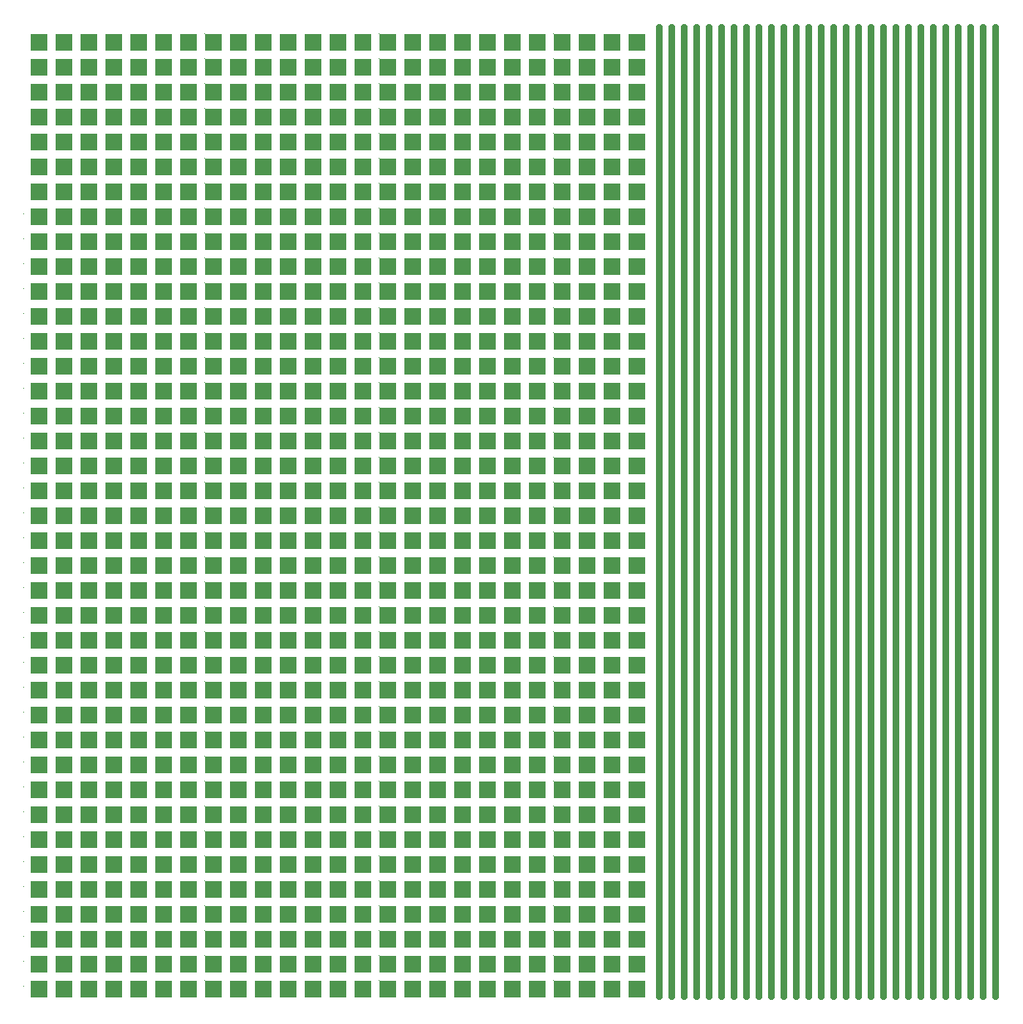
<source format=gts>
G75*
%MOIN*%
%OFA0B0*%
%FSLAX24Y24*%
%IPPOS*%
%LPD*%
%AMOC8*
5,1,8,0,0,1.08239X$1,22.5*
%
%ADD10R,0.0000X0.0000*%
%ADD11R,0.0681X0.0681*%
%ADD12C,0.0256*%
D10*
X000150Y000881D03*
X000150Y001881D03*
X000150Y002881D03*
X000150Y003881D03*
X000150Y004881D03*
X000150Y005881D03*
X000150Y006881D03*
X000150Y007881D03*
X000150Y008881D03*
X000150Y009881D03*
X000150Y010881D03*
X000150Y011881D03*
X000150Y012881D03*
X000150Y013881D03*
X000150Y014881D03*
X000150Y015881D03*
X000150Y016881D03*
X000150Y017881D03*
X000150Y018881D03*
X000150Y019881D03*
X000150Y020881D03*
X000150Y021881D03*
X000150Y022881D03*
X000150Y023881D03*
X000150Y024881D03*
X000150Y025881D03*
X000150Y026881D03*
X000150Y027881D03*
X000150Y028881D03*
X000150Y029881D03*
X000150Y030881D03*
X000150Y031881D03*
X007400Y032131D03*
X007400Y031131D03*
X007400Y030131D03*
X007400Y029131D03*
X007400Y028131D03*
X007400Y027131D03*
X007400Y026131D03*
X007400Y025131D03*
X007400Y024131D03*
X007400Y023131D03*
X007400Y022131D03*
X007400Y021131D03*
X007400Y020131D03*
X007400Y019131D03*
X007400Y018131D03*
X007400Y017131D03*
X007400Y016131D03*
X007400Y015131D03*
X007400Y014131D03*
X007400Y013131D03*
X007400Y012131D03*
X007400Y011131D03*
X007400Y010131D03*
X007400Y009131D03*
X007400Y008131D03*
X007400Y007131D03*
X007400Y006131D03*
X007400Y005131D03*
X007400Y004131D03*
X007400Y003131D03*
X007400Y002131D03*
X007400Y001131D03*
X014400Y001131D03*
X014400Y002131D03*
X014400Y003131D03*
X014400Y004131D03*
X014400Y005131D03*
X014400Y006131D03*
X014400Y007131D03*
X014400Y008131D03*
X014400Y009131D03*
X014400Y010131D03*
X014400Y011131D03*
X014400Y012131D03*
X014400Y013131D03*
X014400Y014131D03*
X014400Y015131D03*
X014400Y016131D03*
X014400Y017131D03*
X014400Y018131D03*
X014400Y019131D03*
X014400Y020131D03*
X014400Y021131D03*
X014400Y022131D03*
X014400Y023131D03*
X014400Y024131D03*
X014400Y025131D03*
X014400Y026131D03*
X014400Y027131D03*
X014400Y028131D03*
X014400Y029131D03*
X014400Y030131D03*
X014400Y031131D03*
X014400Y032131D03*
X014400Y033131D03*
X014400Y034131D03*
X014400Y035131D03*
X014400Y036131D03*
X014400Y037131D03*
X014400Y038131D03*
X014400Y039131D03*
X021400Y039131D03*
X021400Y038131D03*
X021400Y037131D03*
X021400Y036131D03*
X021400Y035131D03*
X021400Y034131D03*
X021400Y033131D03*
X021400Y032131D03*
X021400Y031131D03*
X021400Y030131D03*
X021400Y029131D03*
X021400Y028131D03*
X021400Y027131D03*
X021400Y026131D03*
X021400Y025131D03*
X021400Y024131D03*
X021400Y023131D03*
X021400Y022131D03*
X021400Y021131D03*
X021400Y020131D03*
X021400Y019131D03*
X021400Y018131D03*
X021400Y017131D03*
X021400Y016131D03*
X021400Y015131D03*
X021400Y014131D03*
X021400Y013131D03*
X021400Y012131D03*
X021400Y011131D03*
X021400Y010131D03*
X021400Y009131D03*
X021400Y008131D03*
X021400Y007131D03*
X021400Y006131D03*
X021400Y005131D03*
X021400Y004131D03*
X021400Y003131D03*
X021400Y002131D03*
X021400Y001131D03*
X007400Y033131D03*
X007400Y034131D03*
X007400Y035131D03*
X007400Y036131D03*
X007400Y037131D03*
X007400Y038131D03*
X007400Y039131D03*
D11*
X000741Y000791D03*
X000741Y001791D03*
X000741Y002791D03*
X000741Y003791D03*
X000741Y004791D03*
X000741Y005791D03*
X000741Y006791D03*
X000741Y007791D03*
X000741Y008791D03*
X000741Y009791D03*
X000741Y010791D03*
X000741Y011791D03*
X000741Y012791D03*
X000741Y013791D03*
X000741Y014791D03*
X000741Y015791D03*
X000741Y016791D03*
X000741Y017791D03*
X000741Y018791D03*
X000741Y019791D03*
X000741Y020791D03*
X000741Y021791D03*
X000741Y022791D03*
X000741Y023791D03*
X000741Y024791D03*
X000741Y025791D03*
X000741Y026791D03*
X000741Y027791D03*
X000741Y028791D03*
X000741Y029791D03*
X000741Y030791D03*
X000741Y031791D03*
X000741Y032791D03*
X000741Y033791D03*
X000741Y034791D03*
X000741Y035791D03*
X000741Y036791D03*
X000741Y037791D03*
X000741Y038791D03*
X001741Y038791D03*
X002741Y038791D03*
X002741Y037791D03*
X001741Y037791D03*
X001741Y036791D03*
X002741Y036791D03*
X002741Y035791D03*
X001741Y035791D03*
X001741Y034791D03*
X002741Y034791D03*
X002741Y033791D03*
X001741Y033791D03*
X001741Y032791D03*
X002741Y032791D03*
X002741Y031791D03*
X001741Y031791D03*
X001741Y030791D03*
X002741Y030791D03*
X002741Y029791D03*
X001741Y029791D03*
X001741Y028791D03*
X002741Y028791D03*
X003741Y028791D03*
X004741Y028791D03*
X004741Y029791D03*
X004741Y030791D03*
X003741Y030791D03*
X003741Y029791D03*
X003741Y031791D03*
X003741Y032791D03*
X004741Y032791D03*
X004741Y031791D03*
X005741Y031791D03*
X005741Y032791D03*
X006741Y032791D03*
X006741Y031791D03*
X007741Y031791D03*
X007741Y032791D03*
X007741Y033791D03*
X007741Y034791D03*
X007741Y035791D03*
X007741Y036791D03*
X007741Y037791D03*
X007741Y038791D03*
X008741Y038791D03*
X009741Y038791D03*
X009741Y037791D03*
X008741Y037791D03*
X008741Y036791D03*
X009741Y036791D03*
X009741Y035791D03*
X008741Y035791D03*
X008741Y034791D03*
X009741Y034791D03*
X009741Y033791D03*
X008741Y033791D03*
X008741Y032791D03*
X009741Y032791D03*
X009741Y031791D03*
X008741Y031791D03*
X008741Y030791D03*
X009741Y030791D03*
X009741Y029791D03*
X008741Y029791D03*
X008741Y028791D03*
X009741Y028791D03*
X010741Y028791D03*
X011741Y028791D03*
X011741Y029791D03*
X011741Y030791D03*
X010741Y030791D03*
X010741Y029791D03*
X010741Y031791D03*
X010741Y032791D03*
X011741Y032791D03*
X011741Y031791D03*
X012741Y031791D03*
X012741Y032791D03*
X013741Y032791D03*
X013741Y031791D03*
X014741Y031791D03*
X014741Y032791D03*
X015741Y032791D03*
X015741Y031791D03*
X016741Y031791D03*
X016741Y032791D03*
X017741Y032791D03*
X017741Y031791D03*
X018741Y031791D03*
X018741Y032791D03*
X019741Y032791D03*
X019741Y031791D03*
X020741Y031791D03*
X020741Y032791D03*
X021741Y032791D03*
X021741Y031791D03*
X022741Y031791D03*
X022741Y032791D03*
X023741Y032791D03*
X023741Y031791D03*
X024741Y031791D03*
X024741Y032791D03*
X024741Y033791D03*
X024741Y034791D03*
X024741Y035791D03*
X024741Y036791D03*
X024741Y037791D03*
X024741Y038791D03*
X023741Y038791D03*
X023741Y037791D03*
X022741Y037791D03*
X022741Y038791D03*
X021741Y038791D03*
X021741Y037791D03*
X020741Y037791D03*
X020741Y038791D03*
X019741Y038791D03*
X019741Y037791D03*
X018741Y037791D03*
X018741Y038791D03*
X017741Y038791D03*
X017741Y037791D03*
X016741Y037791D03*
X016741Y038791D03*
X015741Y038791D03*
X015741Y037791D03*
X014741Y037791D03*
X014741Y038791D03*
X013741Y038791D03*
X013741Y037791D03*
X012741Y037791D03*
X012741Y038791D03*
X011741Y038791D03*
X011741Y037791D03*
X010741Y037791D03*
X010741Y038791D03*
X010741Y036791D03*
X011741Y036791D03*
X011741Y035791D03*
X010741Y035791D03*
X010741Y034791D03*
X011741Y034791D03*
X011741Y033791D03*
X010741Y033791D03*
X012741Y033791D03*
X012741Y034791D03*
X013741Y034791D03*
X013741Y033791D03*
X014741Y033791D03*
X014741Y034791D03*
X015741Y034791D03*
X015741Y033791D03*
X016741Y033791D03*
X016741Y034791D03*
X017741Y034791D03*
X017741Y033791D03*
X018741Y033791D03*
X018741Y034791D03*
X019741Y034791D03*
X019741Y033791D03*
X020741Y033791D03*
X020741Y034791D03*
X021741Y034791D03*
X021741Y033791D03*
X022741Y033791D03*
X022741Y034791D03*
X023741Y034791D03*
X023741Y033791D03*
X023741Y035791D03*
X023741Y036791D03*
X022741Y036791D03*
X022741Y035791D03*
X021741Y035791D03*
X021741Y036791D03*
X020741Y036791D03*
X020741Y035791D03*
X019741Y035791D03*
X019741Y036791D03*
X018741Y036791D03*
X018741Y035791D03*
X017741Y035791D03*
X017741Y036791D03*
X016741Y036791D03*
X016741Y035791D03*
X015741Y035791D03*
X015741Y036791D03*
X014741Y036791D03*
X014741Y035791D03*
X013741Y035791D03*
X013741Y036791D03*
X012741Y036791D03*
X012741Y035791D03*
X012741Y030791D03*
X013741Y030791D03*
X013741Y029791D03*
X012741Y029791D03*
X012741Y028791D03*
X013741Y028791D03*
X014741Y028791D03*
X015741Y028791D03*
X015741Y029791D03*
X015741Y030791D03*
X014741Y030791D03*
X014741Y029791D03*
X016741Y029791D03*
X016741Y030791D03*
X017741Y030791D03*
X017741Y029791D03*
X018741Y029791D03*
X018741Y030791D03*
X019741Y030791D03*
X019741Y029791D03*
X020741Y029791D03*
X020741Y030791D03*
X021741Y030791D03*
X021741Y029791D03*
X022741Y029791D03*
X022741Y030791D03*
X023741Y030791D03*
X023741Y029791D03*
X024741Y029791D03*
X024741Y030791D03*
X024741Y028791D03*
X024741Y027791D03*
X024741Y026791D03*
X024741Y025791D03*
X024741Y024791D03*
X024741Y023791D03*
X024741Y022791D03*
X024741Y021791D03*
X024741Y020791D03*
X024741Y019791D03*
X024741Y018791D03*
X024741Y017791D03*
X024741Y016791D03*
X024741Y015791D03*
X024741Y014791D03*
X024741Y013791D03*
X024741Y012791D03*
X024741Y011791D03*
X024741Y010791D03*
X024741Y009791D03*
X024741Y008791D03*
X024741Y007791D03*
X024741Y006791D03*
X024741Y005791D03*
X024741Y004791D03*
X024741Y003791D03*
X024741Y002791D03*
X024741Y001791D03*
X024741Y000791D03*
X023741Y000791D03*
X022741Y000791D03*
X022741Y001791D03*
X023741Y001791D03*
X023741Y002791D03*
X023741Y003791D03*
X022741Y003791D03*
X022741Y002791D03*
X021741Y002791D03*
X021741Y003791D03*
X020741Y003791D03*
X020741Y002791D03*
X020741Y001791D03*
X021741Y001791D03*
X021741Y000791D03*
X020741Y000791D03*
X019741Y000791D03*
X018741Y000791D03*
X018741Y001791D03*
X019741Y001791D03*
X019741Y002791D03*
X019741Y003791D03*
X018741Y003791D03*
X018741Y002791D03*
X017741Y002791D03*
X017741Y003791D03*
X016741Y003791D03*
X016741Y002791D03*
X016741Y001791D03*
X017741Y001791D03*
X017741Y000791D03*
X016741Y000791D03*
X015741Y000791D03*
X014741Y000791D03*
X014741Y001791D03*
X015741Y001791D03*
X015741Y002791D03*
X015741Y003791D03*
X014741Y003791D03*
X014741Y002791D03*
X013741Y002791D03*
X013741Y003791D03*
X012741Y003791D03*
X012741Y002791D03*
X012741Y001791D03*
X013741Y001791D03*
X013741Y000791D03*
X012741Y000791D03*
X011741Y000791D03*
X010741Y000791D03*
X010741Y001791D03*
X011741Y001791D03*
X011741Y002791D03*
X011741Y003791D03*
X010741Y003791D03*
X010741Y002791D03*
X009741Y002791D03*
X009741Y003791D03*
X008741Y003791D03*
X008741Y002791D03*
X008741Y001791D03*
X009741Y001791D03*
X009741Y000791D03*
X008741Y000791D03*
X007741Y000791D03*
X007741Y001791D03*
X007741Y002791D03*
X007741Y003791D03*
X007741Y004791D03*
X007741Y005791D03*
X007741Y006791D03*
X007741Y007791D03*
X007741Y008791D03*
X007741Y009791D03*
X007741Y010791D03*
X007741Y011791D03*
X007741Y012791D03*
X007741Y013791D03*
X007741Y014791D03*
X007741Y015791D03*
X007741Y016791D03*
X007741Y017791D03*
X007741Y018791D03*
X007741Y019791D03*
X007741Y020791D03*
X007741Y021791D03*
X007741Y022791D03*
X007741Y023791D03*
X007741Y024791D03*
X007741Y025791D03*
X007741Y026791D03*
X007741Y027791D03*
X007741Y028791D03*
X007741Y029791D03*
X007741Y030791D03*
X006741Y030791D03*
X006741Y029791D03*
X005741Y029791D03*
X005741Y030791D03*
X005741Y028791D03*
X006741Y028791D03*
X006741Y027791D03*
X006741Y026791D03*
X005741Y026791D03*
X005741Y027791D03*
X004741Y027791D03*
X004741Y026791D03*
X003741Y026791D03*
X003741Y027791D03*
X002741Y027791D03*
X002741Y026791D03*
X001741Y026791D03*
X001741Y027791D03*
X001741Y025791D03*
X002741Y025791D03*
X002741Y024791D03*
X001741Y024791D03*
X001741Y023791D03*
X002741Y023791D03*
X002741Y022791D03*
X001741Y022791D03*
X001741Y021791D03*
X002741Y021791D03*
X002741Y020791D03*
X001741Y020791D03*
X001741Y019791D03*
X002741Y019791D03*
X002741Y018791D03*
X001741Y018791D03*
X001741Y017791D03*
X002741Y017791D03*
X002741Y016791D03*
X001741Y016791D03*
X001741Y015791D03*
X002741Y015791D03*
X002741Y014791D03*
X001741Y014791D03*
X001741Y013791D03*
X002741Y013791D03*
X002741Y012791D03*
X001741Y012791D03*
X001741Y011791D03*
X002741Y011791D03*
X002741Y010791D03*
X001741Y010791D03*
X001741Y009791D03*
X002741Y009791D03*
X002741Y008791D03*
X001741Y008791D03*
X001741Y007791D03*
X002741Y007791D03*
X002741Y006791D03*
X001741Y006791D03*
X001741Y005791D03*
X002741Y005791D03*
X002741Y004791D03*
X001741Y004791D03*
X001741Y003791D03*
X002741Y003791D03*
X002741Y002791D03*
X001741Y002791D03*
X001741Y001791D03*
X002741Y001791D03*
X003741Y001791D03*
X004741Y001791D03*
X004741Y002791D03*
X004741Y003791D03*
X003741Y003791D03*
X003741Y002791D03*
X003741Y004791D03*
X003741Y005791D03*
X004741Y005791D03*
X004741Y004791D03*
X005741Y004791D03*
X005741Y005791D03*
X006741Y005791D03*
X006741Y004791D03*
X006741Y003791D03*
X006741Y002791D03*
X005741Y002791D03*
X005741Y003791D03*
X005741Y001791D03*
X006741Y001791D03*
X006741Y000791D03*
X005741Y000791D03*
X004741Y000791D03*
X003741Y000791D03*
X002741Y000791D03*
X001741Y000791D03*
X003741Y006791D03*
X003741Y007791D03*
X004741Y007791D03*
X004741Y006791D03*
X005741Y006791D03*
X005741Y007791D03*
X006741Y007791D03*
X006741Y006791D03*
X006741Y008791D03*
X006741Y009791D03*
X005741Y009791D03*
X005741Y008791D03*
X004741Y008791D03*
X004741Y009791D03*
X003741Y009791D03*
X003741Y008791D03*
X003741Y010791D03*
X003741Y011791D03*
X004741Y011791D03*
X004741Y010791D03*
X005741Y010791D03*
X005741Y011791D03*
X006741Y011791D03*
X006741Y010791D03*
X006741Y012791D03*
X006741Y013791D03*
X005741Y013791D03*
X005741Y012791D03*
X004741Y012791D03*
X004741Y013791D03*
X003741Y013791D03*
X003741Y012791D03*
X003741Y014791D03*
X003741Y015791D03*
X004741Y015791D03*
X004741Y014791D03*
X005741Y014791D03*
X005741Y015791D03*
X006741Y015791D03*
X006741Y014791D03*
X006741Y016791D03*
X006741Y017791D03*
X005741Y017791D03*
X005741Y016791D03*
X004741Y016791D03*
X004741Y017791D03*
X003741Y017791D03*
X003741Y016791D03*
X003741Y018791D03*
X003741Y019791D03*
X004741Y019791D03*
X004741Y018791D03*
X005741Y018791D03*
X005741Y019791D03*
X006741Y019791D03*
X006741Y018791D03*
X006741Y020791D03*
X006741Y021791D03*
X005741Y021791D03*
X005741Y020791D03*
X004741Y020791D03*
X004741Y021791D03*
X003741Y021791D03*
X003741Y020791D03*
X003741Y022791D03*
X003741Y023791D03*
X004741Y023791D03*
X004741Y022791D03*
X005741Y022791D03*
X005741Y023791D03*
X006741Y023791D03*
X006741Y022791D03*
X006741Y024791D03*
X006741Y025791D03*
X005741Y025791D03*
X005741Y024791D03*
X004741Y024791D03*
X004741Y025791D03*
X003741Y025791D03*
X003741Y024791D03*
X008741Y024791D03*
X008741Y025791D03*
X009741Y025791D03*
X009741Y024791D03*
X010741Y024791D03*
X010741Y025791D03*
X011741Y025791D03*
X011741Y024791D03*
X012741Y024791D03*
X012741Y025791D03*
X013741Y025791D03*
X013741Y024791D03*
X014741Y024791D03*
X014741Y025791D03*
X015741Y025791D03*
X015741Y024791D03*
X016741Y024791D03*
X016741Y025791D03*
X017741Y025791D03*
X017741Y024791D03*
X018741Y024791D03*
X018741Y025791D03*
X019741Y025791D03*
X019741Y024791D03*
X020741Y024791D03*
X020741Y025791D03*
X021741Y025791D03*
X021741Y024791D03*
X022741Y024791D03*
X022741Y025791D03*
X023741Y025791D03*
X023741Y024791D03*
X023741Y023791D03*
X023741Y022791D03*
X022741Y022791D03*
X022741Y023791D03*
X021741Y023791D03*
X021741Y022791D03*
X020741Y022791D03*
X020741Y023791D03*
X019741Y023791D03*
X019741Y022791D03*
X018741Y022791D03*
X018741Y023791D03*
X017741Y023791D03*
X017741Y022791D03*
X016741Y022791D03*
X016741Y023791D03*
X015741Y023791D03*
X015741Y022791D03*
X014741Y022791D03*
X014741Y023791D03*
X013741Y023791D03*
X013741Y022791D03*
X012741Y022791D03*
X012741Y023791D03*
X011741Y023791D03*
X011741Y022791D03*
X010741Y022791D03*
X010741Y023791D03*
X009741Y023791D03*
X009741Y022791D03*
X008741Y022791D03*
X008741Y023791D03*
X008741Y021791D03*
X009741Y021791D03*
X009741Y020791D03*
X008741Y020791D03*
X008741Y019791D03*
X009741Y019791D03*
X009741Y018791D03*
X008741Y018791D03*
X008741Y017791D03*
X009741Y017791D03*
X009741Y016791D03*
X008741Y016791D03*
X008741Y015791D03*
X009741Y015791D03*
X009741Y014791D03*
X008741Y014791D03*
X008741Y013791D03*
X009741Y013791D03*
X009741Y012791D03*
X008741Y012791D03*
X008741Y011791D03*
X009741Y011791D03*
X009741Y010791D03*
X008741Y010791D03*
X008741Y009791D03*
X009741Y009791D03*
X009741Y008791D03*
X008741Y008791D03*
X008741Y007791D03*
X009741Y007791D03*
X009741Y006791D03*
X008741Y006791D03*
X008741Y005791D03*
X009741Y005791D03*
X009741Y004791D03*
X008741Y004791D03*
X010741Y004791D03*
X010741Y005791D03*
X011741Y005791D03*
X011741Y004791D03*
X012741Y004791D03*
X012741Y005791D03*
X013741Y005791D03*
X013741Y004791D03*
X014741Y004791D03*
X014741Y005791D03*
X015741Y005791D03*
X015741Y004791D03*
X016741Y004791D03*
X016741Y005791D03*
X017741Y005791D03*
X017741Y004791D03*
X018741Y004791D03*
X018741Y005791D03*
X019741Y005791D03*
X019741Y004791D03*
X020741Y004791D03*
X020741Y005791D03*
X021741Y005791D03*
X021741Y004791D03*
X022741Y004791D03*
X022741Y005791D03*
X023741Y005791D03*
X023741Y004791D03*
X023741Y006791D03*
X023741Y007791D03*
X022741Y007791D03*
X022741Y006791D03*
X021741Y006791D03*
X021741Y007791D03*
X020741Y007791D03*
X020741Y006791D03*
X019741Y006791D03*
X019741Y007791D03*
X018741Y007791D03*
X018741Y006791D03*
X017741Y006791D03*
X017741Y007791D03*
X016741Y007791D03*
X016741Y006791D03*
X015741Y006791D03*
X015741Y007791D03*
X014741Y007791D03*
X014741Y006791D03*
X013741Y006791D03*
X013741Y007791D03*
X012741Y007791D03*
X012741Y006791D03*
X011741Y006791D03*
X011741Y007791D03*
X010741Y007791D03*
X010741Y006791D03*
X010741Y008791D03*
X010741Y009791D03*
X011741Y009791D03*
X011741Y008791D03*
X012741Y008791D03*
X012741Y009791D03*
X013741Y009791D03*
X013741Y008791D03*
X014741Y008791D03*
X014741Y009791D03*
X015741Y009791D03*
X015741Y008791D03*
X016741Y008791D03*
X016741Y009791D03*
X017741Y009791D03*
X017741Y008791D03*
X018741Y008791D03*
X018741Y009791D03*
X019741Y009791D03*
X019741Y008791D03*
X020741Y008791D03*
X020741Y009791D03*
X021741Y009791D03*
X021741Y008791D03*
X022741Y008791D03*
X022741Y009791D03*
X023741Y009791D03*
X023741Y008791D03*
X023741Y010791D03*
X023741Y011791D03*
X022741Y011791D03*
X022741Y010791D03*
X021741Y010791D03*
X021741Y011791D03*
X020741Y011791D03*
X020741Y010791D03*
X019741Y010791D03*
X019741Y011791D03*
X018741Y011791D03*
X018741Y010791D03*
X017741Y010791D03*
X017741Y011791D03*
X016741Y011791D03*
X016741Y010791D03*
X015741Y010791D03*
X015741Y011791D03*
X014741Y011791D03*
X014741Y010791D03*
X013741Y010791D03*
X013741Y011791D03*
X012741Y011791D03*
X012741Y010791D03*
X011741Y010791D03*
X011741Y011791D03*
X010741Y011791D03*
X010741Y010791D03*
X010741Y012791D03*
X010741Y013791D03*
X011741Y013791D03*
X011741Y012791D03*
X012741Y012791D03*
X012741Y013791D03*
X013741Y013791D03*
X013741Y012791D03*
X014741Y012791D03*
X014741Y013791D03*
X015741Y013791D03*
X015741Y012791D03*
X016741Y012791D03*
X016741Y013791D03*
X017741Y013791D03*
X017741Y012791D03*
X018741Y012791D03*
X018741Y013791D03*
X019741Y013791D03*
X019741Y012791D03*
X020741Y012791D03*
X020741Y013791D03*
X021741Y013791D03*
X021741Y012791D03*
X022741Y012791D03*
X022741Y013791D03*
X023741Y013791D03*
X023741Y012791D03*
X023741Y014791D03*
X023741Y015791D03*
X022741Y015791D03*
X022741Y014791D03*
X021741Y014791D03*
X021741Y015791D03*
X020741Y015791D03*
X020741Y014791D03*
X019741Y014791D03*
X019741Y015791D03*
X018741Y015791D03*
X018741Y014791D03*
X017741Y014791D03*
X017741Y015791D03*
X016741Y015791D03*
X016741Y014791D03*
X015741Y014791D03*
X015741Y015791D03*
X014741Y015791D03*
X014741Y014791D03*
X013741Y014791D03*
X013741Y015791D03*
X012741Y015791D03*
X012741Y014791D03*
X011741Y014791D03*
X011741Y015791D03*
X010741Y015791D03*
X010741Y014791D03*
X010741Y016791D03*
X010741Y017791D03*
X011741Y017791D03*
X011741Y016791D03*
X012741Y016791D03*
X012741Y017791D03*
X013741Y017791D03*
X013741Y016791D03*
X014741Y016791D03*
X014741Y017791D03*
X015741Y017791D03*
X015741Y016791D03*
X016741Y016791D03*
X016741Y017791D03*
X017741Y017791D03*
X017741Y016791D03*
X018741Y016791D03*
X018741Y017791D03*
X019741Y017791D03*
X019741Y016791D03*
X020741Y016791D03*
X020741Y017791D03*
X021741Y017791D03*
X021741Y016791D03*
X022741Y016791D03*
X022741Y017791D03*
X023741Y017791D03*
X023741Y016791D03*
X023741Y018791D03*
X023741Y019791D03*
X022741Y019791D03*
X022741Y018791D03*
X021741Y018791D03*
X021741Y019791D03*
X020741Y019791D03*
X020741Y018791D03*
X019741Y018791D03*
X019741Y019791D03*
X018741Y019791D03*
X018741Y018791D03*
X017741Y018791D03*
X017741Y019791D03*
X016741Y019791D03*
X016741Y018791D03*
X015741Y018791D03*
X015741Y019791D03*
X014741Y019791D03*
X014741Y018791D03*
X013741Y018791D03*
X013741Y019791D03*
X012741Y019791D03*
X012741Y018791D03*
X011741Y018791D03*
X011741Y019791D03*
X010741Y019791D03*
X010741Y018791D03*
X010741Y020791D03*
X010741Y021791D03*
X011741Y021791D03*
X011741Y020791D03*
X012741Y020791D03*
X012741Y021791D03*
X013741Y021791D03*
X013741Y020791D03*
X014741Y020791D03*
X014741Y021791D03*
X015741Y021791D03*
X015741Y020791D03*
X016741Y020791D03*
X016741Y021791D03*
X017741Y021791D03*
X017741Y020791D03*
X018741Y020791D03*
X018741Y021791D03*
X019741Y021791D03*
X019741Y020791D03*
X020741Y020791D03*
X020741Y021791D03*
X021741Y021791D03*
X021741Y020791D03*
X022741Y020791D03*
X022741Y021791D03*
X023741Y021791D03*
X023741Y020791D03*
X023741Y026791D03*
X023741Y027791D03*
X022741Y027791D03*
X022741Y026791D03*
X021741Y026791D03*
X021741Y027791D03*
X020741Y027791D03*
X020741Y026791D03*
X019741Y026791D03*
X019741Y027791D03*
X018741Y027791D03*
X018741Y026791D03*
X017741Y026791D03*
X017741Y027791D03*
X016741Y027791D03*
X016741Y026791D03*
X015741Y026791D03*
X015741Y027791D03*
X014741Y027791D03*
X014741Y026791D03*
X013741Y026791D03*
X013741Y027791D03*
X012741Y027791D03*
X012741Y026791D03*
X011741Y026791D03*
X011741Y027791D03*
X010741Y027791D03*
X010741Y026791D03*
X009741Y026791D03*
X009741Y027791D03*
X008741Y027791D03*
X008741Y026791D03*
X006741Y033791D03*
X006741Y034791D03*
X005741Y034791D03*
X005741Y033791D03*
X004741Y033791D03*
X004741Y034791D03*
X003741Y034791D03*
X003741Y033791D03*
X003741Y035791D03*
X003741Y036791D03*
X004741Y036791D03*
X004741Y035791D03*
X005741Y035791D03*
X005741Y036791D03*
X006741Y036791D03*
X006741Y035791D03*
X006741Y037791D03*
X006741Y038791D03*
X005741Y038791D03*
X005741Y037791D03*
X004741Y037791D03*
X004741Y038791D03*
X003741Y038791D03*
X003741Y037791D03*
X016741Y028791D03*
X017741Y028791D03*
X018741Y028791D03*
X019741Y028791D03*
X020741Y028791D03*
X021741Y028791D03*
X022741Y028791D03*
X023741Y028791D03*
D12*
X025650Y039400D02*
X025650Y000500D01*
X026150Y000500D02*
X026150Y039400D01*
X026650Y039400D02*
X026650Y000500D01*
X027150Y000500D02*
X027150Y039400D01*
X027650Y039400D02*
X027650Y000500D01*
X028150Y000500D02*
X028150Y039400D01*
X028650Y039400D02*
X028650Y000500D01*
X029150Y000500D02*
X029150Y039400D01*
X029650Y039400D02*
X029650Y000500D01*
X030150Y000500D02*
X030150Y039400D01*
X030650Y039400D02*
X030650Y000500D01*
X031150Y000500D02*
X031150Y039400D01*
X031650Y039400D02*
X031650Y000500D01*
X032150Y000500D02*
X032150Y039400D01*
X032650Y039400D02*
X032650Y000500D01*
X033150Y000500D02*
X033150Y039400D01*
X033650Y039400D02*
X033650Y000500D01*
X034150Y000500D02*
X034150Y039400D01*
X034650Y039400D02*
X034650Y000500D01*
X035150Y000500D02*
X035150Y039400D01*
X035650Y039400D02*
X035650Y000500D01*
X036150Y000500D02*
X036150Y039400D01*
X036650Y039400D02*
X036650Y000500D01*
X037150Y000500D02*
X037150Y039400D01*
X037650Y039400D02*
X037650Y000500D01*
X038150Y000500D02*
X038150Y039400D01*
X038650Y039400D02*
X038650Y000500D01*
X039150Y000500D02*
X039150Y039400D01*
M02*

</source>
